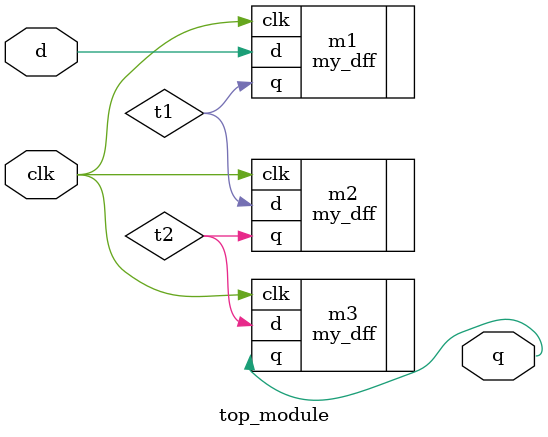
<source format=v>
module top_module ( input clk, input d, output q );
    wire t1,t2;
    my_dff m1( .clk, .d(d), .q(t1) );
    my_dff m2( .clk, .d(t1), .q(t2) );
    my_dff m3( .clk, .d(t2), .q(q) );
endmodule
</source>
